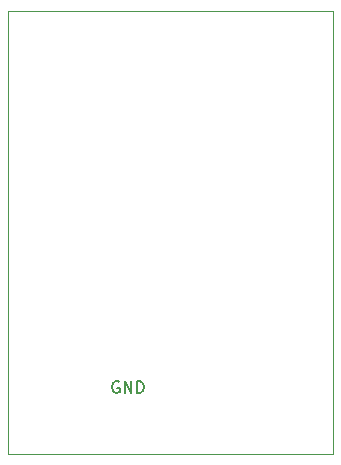
<source format=gbr>
%TF.GenerationSoftware,KiCad,Pcbnew,9.0.1*%
%TF.CreationDate,2025-05-11T21:22:52+02:00*%
%TF.ProjectId,Traffic_Light_Arduino,54726166-6669-4635-9f4c-696768745f41,rev?*%
%TF.SameCoordinates,Original*%
%TF.FileFunction,Profile,NP*%
%FSLAX46Y46*%
G04 Gerber Fmt 4.6, Leading zero omitted, Abs format (unit mm)*
G04 Created by KiCad (PCBNEW 9.0.1) date 2025-05-11 21:22:52*
%MOMM*%
%LPD*%
G01*
G04 APERTURE LIST*
%ADD10C,0.150000*%
%TA.AperFunction,Profile*%
%ADD11C,0.050000*%
%TD*%
G04 APERTURE END LIST*
D10*
X164360588Y-101417438D02*
X164265350Y-101369819D01*
X164265350Y-101369819D02*
X164122493Y-101369819D01*
X164122493Y-101369819D02*
X163979636Y-101417438D01*
X163979636Y-101417438D02*
X163884398Y-101512676D01*
X163884398Y-101512676D02*
X163836779Y-101607914D01*
X163836779Y-101607914D02*
X163789160Y-101798390D01*
X163789160Y-101798390D02*
X163789160Y-101941247D01*
X163789160Y-101941247D02*
X163836779Y-102131723D01*
X163836779Y-102131723D02*
X163884398Y-102226961D01*
X163884398Y-102226961D02*
X163979636Y-102322200D01*
X163979636Y-102322200D02*
X164122493Y-102369819D01*
X164122493Y-102369819D02*
X164217731Y-102369819D01*
X164217731Y-102369819D02*
X164360588Y-102322200D01*
X164360588Y-102322200D02*
X164408207Y-102274580D01*
X164408207Y-102274580D02*
X164408207Y-101941247D01*
X164408207Y-101941247D02*
X164217731Y-101941247D01*
X164836779Y-102369819D02*
X164836779Y-101369819D01*
X164836779Y-101369819D02*
X165408207Y-102369819D01*
X165408207Y-102369819D02*
X165408207Y-101369819D01*
X165884398Y-102369819D02*
X165884398Y-101369819D01*
X165884398Y-101369819D02*
X166122493Y-101369819D01*
X166122493Y-101369819D02*
X166265350Y-101417438D01*
X166265350Y-101417438D02*
X166360588Y-101512676D01*
X166360588Y-101512676D02*
X166408207Y-101607914D01*
X166408207Y-101607914D02*
X166455826Y-101798390D01*
X166455826Y-101798390D02*
X166455826Y-101941247D01*
X166455826Y-101941247D02*
X166408207Y-102131723D01*
X166408207Y-102131723D02*
X166360588Y-102226961D01*
X166360588Y-102226961D02*
X166265350Y-102322200D01*
X166265350Y-102322200D02*
X166122493Y-102369819D01*
X166122493Y-102369819D02*
X165884398Y-102369819D01*
D11*
X155000000Y-107500000D02*
X182500000Y-107500000D01*
X155000000Y-70000000D02*
X182500000Y-70000000D01*
X182500000Y-70000000D02*
X182500000Y-107500000D01*
X155000000Y-70000000D02*
X155000000Y-107500000D01*
M02*

</source>
